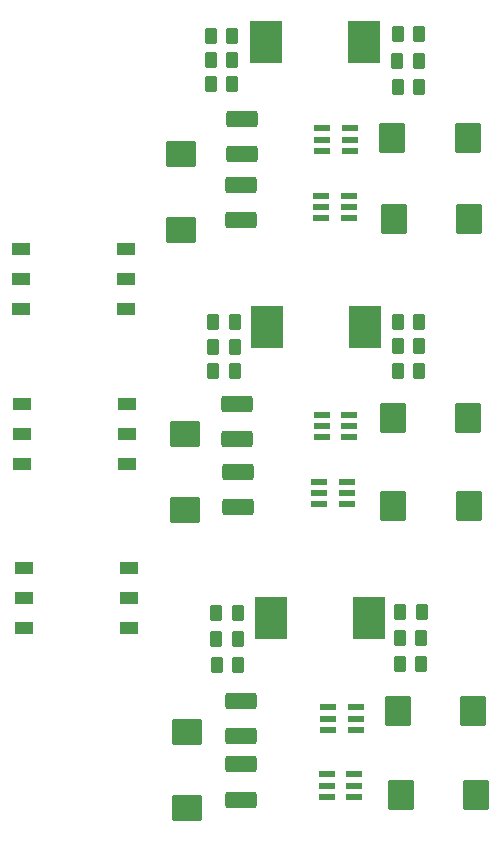
<source format=gbr>
%TF.GenerationSoftware,KiCad,Pcbnew,7.0.2*%
%TF.CreationDate,2023-05-19T15:17:25+02:00*%
%TF.ProjectId,78_1x39_1mm Solr tile,37382c31-7833-4392-9c31-6d6d20536f6c,rev?*%
%TF.SameCoordinates,Original*%
%TF.FileFunction,Paste,Bot*%
%TF.FilePolarity,Positive*%
%FSLAX46Y46*%
G04 Gerber Fmt 4.6, Leading zero omitted, Abs format (unit mm)*
G04 Created by KiCad (PCBNEW 7.0.2) date 2023-05-19 15:17:25*
%MOMM*%
%LPD*%
G01*
G04 APERTURE LIST*
G04 Aperture macros list*
%AMRoundRect*
0 Rectangle with rounded corners*
0 $1 Rounding radius*
0 $2 $3 $4 $5 $6 $7 $8 $9 X,Y pos of 4 corners*
0 Add a 4 corners polygon primitive as box body*
4,1,4,$2,$3,$4,$5,$6,$7,$8,$9,$2,$3,0*
0 Add four circle primitives for the rounded corners*
1,1,$1+$1,$2,$3*
1,1,$1+$1,$4,$5*
1,1,$1+$1,$6,$7*
1,1,$1+$1,$8,$9*
0 Add four rect primitives between the rounded corners*
20,1,$1+$1,$2,$3,$4,$5,0*
20,1,$1+$1,$4,$5,$6,$7,0*
20,1,$1+$1,$6,$7,$8,$9,0*
20,1,$1+$1,$8,$9,$2,$3,0*%
G04 Aperture macros list end*
%ADD10RoundRect,0.250000X-0.875000X-1.025000X0.875000X-1.025000X0.875000X1.025000X-0.875000X1.025000X0*%
%ADD11RoundRect,0.250001X-1.074999X0.462499X-1.074999X-0.462499X1.074999X-0.462499X1.074999X0.462499X0*%
%ADD12RoundRect,0.250000X0.262500X0.450000X-0.262500X0.450000X-0.262500X-0.450000X0.262500X-0.450000X0*%
%ADD13RoundRect,0.088500X-0.596500X-0.206500X0.596500X-0.206500X0.596500X0.206500X-0.596500X0.206500X0*%
%ADD14RoundRect,0.088500X0.596500X0.206500X-0.596500X0.206500X-0.596500X-0.206500X0.596500X-0.206500X0*%
%ADD15RoundRect,0.250000X-1.025000X0.875000X-1.025000X-0.875000X1.025000X-0.875000X1.025000X0.875000X0*%
%ADD16R,2.700000X3.600000*%
%ADD17R,1.500000X1.100000*%
G04 APERTURE END LIST*
D10*
%TO.C,MC5*%
X81900000Y-74440000D03*
X88300000Y-74440000D03*
%TD*%
D11*
%TO.C,MD1*%
X69100000Y-49060000D03*
X69100000Y-52035000D03*
%TD*%
D12*
%TO.C,MR7*%
X84117500Y-44225000D03*
X82292500Y-44225000D03*
%TD*%
D11*
%TO.C,MD3*%
X68710000Y-73250000D03*
X68710000Y-76225000D03*
%TD*%
D12*
%TO.C,MR13*%
X68790000Y-90935000D03*
X66965000Y-90935000D03*
%TD*%
D10*
%TO.C,MC8*%
X82315000Y-99255000D03*
X88715000Y-99255000D03*
%TD*%
%TO.C,MC7*%
X82575000Y-106335000D03*
X88975000Y-106335000D03*
%TD*%
D12*
%TO.C,MR6*%
X84122500Y-66270000D03*
X82297500Y-66270000D03*
%TD*%
D13*
%TO.C,U5*%
X76305000Y-106495000D03*
X76305000Y-105545000D03*
X76305000Y-104595000D03*
D14*
X78645000Y-104595000D03*
X78645000Y-105545000D03*
X78645000Y-106495000D03*
%TD*%
D12*
%TO.C,MR9*%
X68492500Y-70470000D03*
X66667500Y-70470000D03*
%TD*%
%TO.C,MR2*%
X84147500Y-41935000D03*
X82322500Y-41935000D03*
%TD*%
%TO.C,MR17*%
X68820000Y-95295000D03*
X66995000Y-95295000D03*
%TD*%
D15*
%TO.C,MC6*%
X64270000Y-75800000D03*
X64270000Y-82200000D03*
%TD*%
D16*
%TO.C,ML2*%
X79430000Y-42540000D03*
X71130000Y-42540000D03*
%TD*%
D13*
%TO.C,U4*%
X75860000Y-76020000D03*
X75860000Y-75070000D03*
X75860000Y-74120000D03*
D14*
X78200000Y-74120000D03*
X78200000Y-75070000D03*
X78200000Y-76020000D03*
%TD*%
D11*
%TO.C,MD2*%
X69040000Y-54705000D03*
X69040000Y-57680000D03*
%TD*%
D12*
%TO.C,MR15*%
X68780000Y-93125000D03*
X66955000Y-93125000D03*
%TD*%
D16*
%TO.C,ML4*%
X79580000Y-66670000D03*
X71280000Y-66670000D03*
%TD*%
D10*
%TO.C,MC3*%
X81835000Y-50675000D03*
X88235000Y-50675000D03*
%TD*%
D17*
%TO.C,SW3*%
X59300000Y-60080000D03*
X59300000Y-62620000D03*
X59300000Y-65160000D03*
X50400000Y-65160000D03*
X50400000Y-62620000D03*
X50400000Y-60080000D03*
%TD*%
%TO.C,SW2*%
X59400000Y-73250000D03*
X59400000Y-75790000D03*
X59400000Y-78330000D03*
X50500000Y-78330000D03*
X50500000Y-75790000D03*
X50500000Y-73250000D03*
%TD*%
D10*
%TO.C,MC4*%
X81940000Y-81820000D03*
X88340000Y-81820000D03*
%TD*%
%TO.C,MC1*%
X81975000Y-57585000D03*
X88375000Y-57585000D03*
%TD*%
D15*
%TO.C,MC2*%
X63950000Y-52080000D03*
X63950000Y-58480000D03*
%TD*%
D13*
%TO.C,U3*%
X75650000Y-81730000D03*
X75650000Y-80780000D03*
X75650000Y-79830000D03*
D14*
X77990000Y-79830000D03*
X77990000Y-80780000D03*
X77990000Y-81730000D03*
%TD*%
D13*
%TO.C,U2*%
X75935000Y-51785000D03*
X75935000Y-50835000D03*
X75935000Y-49885000D03*
D14*
X78275000Y-49885000D03*
X78275000Y-50835000D03*
X78275000Y-51785000D03*
%TD*%
D12*
%TO.C,MR16*%
X84297500Y-93045000D03*
X82472500Y-93045000D03*
%TD*%
D16*
%TO.C,ML6*%
X79890000Y-91380000D03*
X71590000Y-91380000D03*
%TD*%
D11*
%TO.C,MD6*%
X69050000Y-103745000D03*
X69050000Y-106720000D03*
%TD*%
D12*
%TO.C,MR1*%
X68307500Y-44085000D03*
X66482500Y-44085000D03*
%TD*%
%TO.C,MR5*%
X68512500Y-66300000D03*
X66687500Y-66300000D03*
%TD*%
%TO.C,MR4*%
X68307500Y-46125000D03*
X66482500Y-46125000D03*
%TD*%
D13*
%TO.C,U1*%
X75835000Y-57505000D03*
X75835000Y-56555000D03*
X75835000Y-55605000D03*
D14*
X78175000Y-55605000D03*
X78175000Y-56555000D03*
X78175000Y-57505000D03*
%TD*%
D13*
%TO.C,U6*%
X76415000Y-100805000D03*
X76415000Y-99855000D03*
X76415000Y-98905000D03*
D14*
X78755000Y-98905000D03*
X78755000Y-99855000D03*
X78755000Y-100805000D03*
%TD*%
D11*
%TO.C,MD4*%
X68760000Y-78975000D03*
X68760000Y-81950000D03*
%TD*%
D12*
%TO.C,MR12*%
X84122500Y-68330000D03*
X82297500Y-68330000D03*
%TD*%
D17*
%TO.C,SW1*%
X59550000Y-87110000D03*
X59550000Y-89650000D03*
X59550000Y-92190000D03*
X50650000Y-92190000D03*
X50650000Y-89650000D03*
X50650000Y-87110000D03*
%TD*%
D12*
%TO.C,MR14*%
X84335000Y-90845000D03*
X82510000Y-90845000D03*
%TD*%
%TO.C,MR3*%
X68307500Y-42055000D03*
X66482500Y-42055000D03*
%TD*%
%TO.C,MR11*%
X68512500Y-68370000D03*
X66687500Y-68370000D03*
%TD*%
%TO.C,MR10*%
X84132500Y-70390000D03*
X82307500Y-70390000D03*
%TD*%
D11*
%TO.C,MD5*%
X69060000Y-98330000D03*
X69060000Y-101305000D03*
%TD*%
D15*
%TO.C,MC9*%
X64495000Y-101005000D03*
X64495000Y-107405000D03*
%TD*%
D12*
%TO.C,MR18*%
X84325000Y-95215000D03*
X82500000Y-95215000D03*
%TD*%
%TO.C,MR8*%
X84137500Y-46365000D03*
X82312500Y-46365000D03*
%TD*%
M02*

</source>
